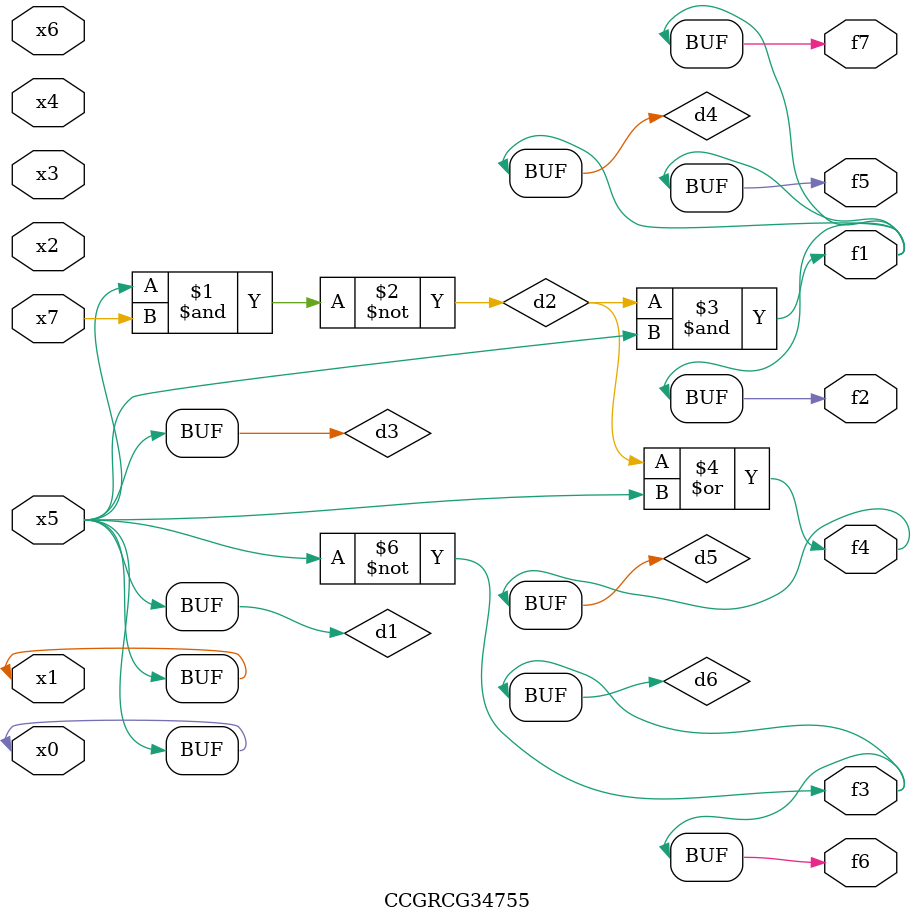
<source format=v>
module CCGRCG34755(
	input x0, x1, x2, x3, x4, x5, x6, x7,
	output f1, f2, f3, f4, f5, f6, f7
);

	wire d1, d2, d3, d4, d5, d6;

	buf (d1, x0, x5);
	nand (d2, x5, x7);
	buf (d3, x0, x1);
	and (d4, d2, d3);
	or (d5, d2, d3);
	nor (d6, d1, d3);
	assign f1 = d4;
	assign f2 = d4;
	assign f3 = d6;
	assign f4 = d5;
	assign f5 = d4;
	assign f6 = d6;
	assign f7 = d4;
endmodule

</source>
